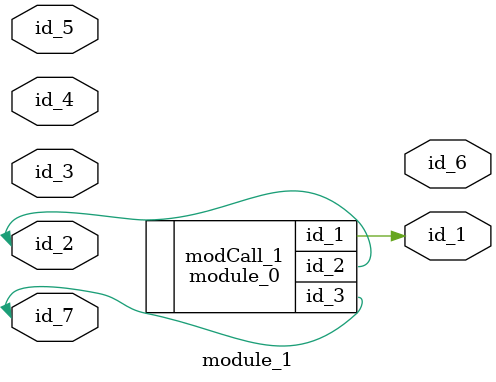
<source format=v>
module module_0 (
    id_1,
    id_2,
    id_3
);
  output wire id_3;
  inout wire id_2;
  output wire id_1;
  parameter id_4 = 1;
endmodule
module module_1 (
    id_1,
    id_2,
    id_3,
    id_4,
    id_5,
    id_6,
    id_7
);
  inout wire id_7;
  output wire id_6;
  module_0 modCall_1 (
      id_1,
      id_2,
      id_7
  );
  input wire id_5;
  input wire id_4;
  inout wire id_3;
  inout wire id_2;
  output wire id_1;
  wire id_8;
  wire id_9;
  localparam id_10 = 1;
endmodule

</source>
